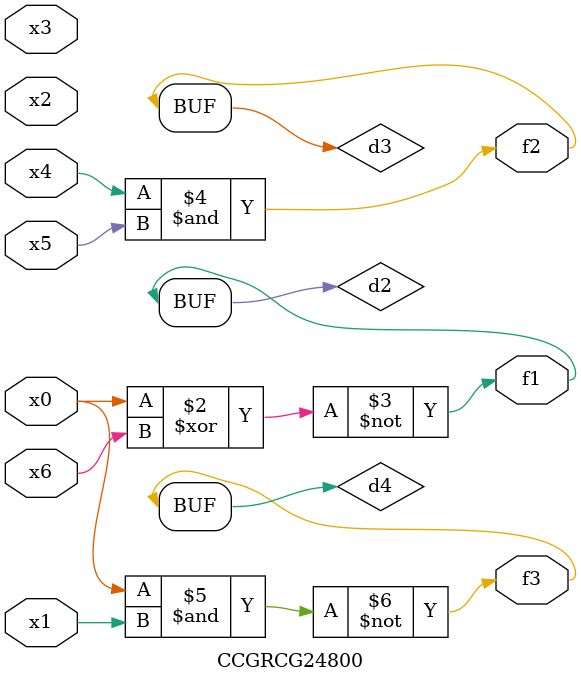
<source format=v>
module CCGRCG24800(
	input x0, x1, x2, x3, x4, x5, x6,
	output f1, f2, f3
);

	wire d1, d2, d3, d4;

	nor (d1, x0);
	xnor (d2, x0, x6);
	and (d3, x4, x5);
	nand (d4, x0, x1);
	assign f1 = d2;
	assign f2 = d3;
	assign f3 = d4;
endmodule

</source>
